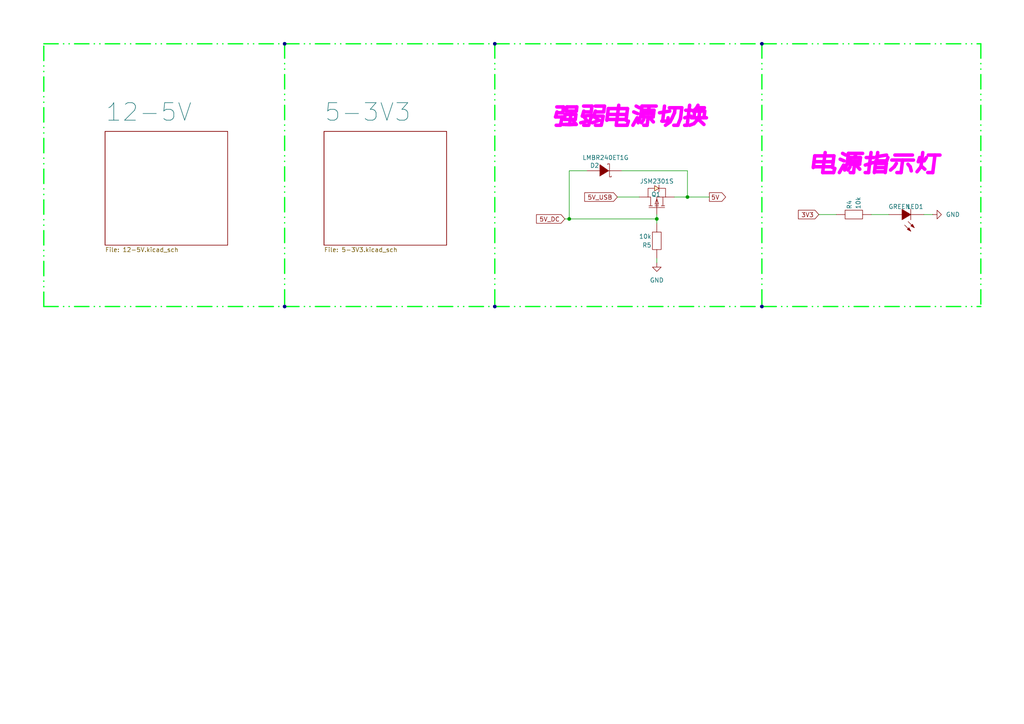
<source format=kicad_sch>
(kicad_sch (version 20231120) (generator "eeschema") (generator_version "8.0")
  (paper "A4")
  (title_block (title "POWER") (date "2025-01-24") (rev "Dennis_Re_Yoonjiho"))
  (lib_symbols
    (symbol "Ts_Foc_Vo符号库:JSM2301S" (pin_numbers hide) (pin_names (offset 1.016) hide)
      (property "Reference" "Q" (at -3.81 3.556 0))
      (property "Value" "JSM2301S" (at 4.318 0 90))
      (symbol "JSM2301S_1_1"
        (polyline (pts (xy -3.048 2.286) (xy -3.048 -2.286)) (stroke (width 0.1524)))
        (polyline (pts (xy -2.54 -2.286) (xy -2.54 -1.27)) (stroke (width 0.1524)))
        (polyline (pts (xy -2.54 -0.508) (xy -2.54 0.508)) (stroke (width 0.1524)))
        (polyline (pts (xy -2.54 2.286) (xy -2.54 1.27)) (stroke (width 0.1524)))
        (polyline (pts (xy 0 -1.778) (xy -2.54 -1.778)) (stroke (width 0.1524)))
        (polyline (pts (xy -0.508 0) (xy -2.032 0.508) (xy -2.032 -0.508) (xy -0.508 0)) (stroke (width 0.1524)))
        (polyline (pts (xy 1.524 -0.635) (xy 2.032 -0.635) (xy 3.048 -0.635) (xy 3.556 -0.635)) (stroke (width 0.1524)))
        (polyline (pts (xy 2.54 -0.635) (xy 3.302 0.635) (xy 1.778 0.635) (xy 2.54 -0.635)) (stroke (width 0.1524)) (fill (type background)))
        (polyline (pts (xy -2.54 0) (xy 0 0) (xy 0 -2.54) (xy 2.54 -2.54) (xy 2.54 -0.762)) (stroke (width 0.1524)))
        (polyline (pts (xy -2.54 1.778) (xy 0 1.778) (xy 0 2.54) (xy 2.54 2.54) (xy 2.54 0.762)) (stroke (width 0.1524)))
        (pin input line (at -5.08 0 0) (length 2.54) (name "G") (number "1"))
        (pin input line (at 0 -5.08 90) (length 2.54) (name "S") (number "2"))
        (pin input line (at 0 5.08 270) (length 2.54) (name "D") (number "3"))
      )
    )
    (symbol "Ts_Foc_Vo符号库:LED" (pin_numbers hide) (pin_names (offset 1.016) hide)
      (property "Value" "LED" (at 3.302 0.254 0))
      (symbol "LED_1_1"
        (polyline (pts (xy -1.27 -0.508) (xy -1.27 -3.556)) (stroke (width 0.1524)))
        (polyline (pts (xy -0.508 0) (xy -2.286 1.778)) (stroke (width 0.1524)))
        (polyline (pts (xy 0.508 1.016) (xy -1.27 2.794)) (stroke (width 0.1524)))
        (polyline (pts (xy -2.286 1.778) (xy -1.27 1.27) (xy -1.778 0.762) (xy -2.286 1.778)) (stroke (width 0.1524)) (fill (type outline)))
        (polyline (pts (xy -1.27 2.794) (xy -0.254 2.286) (xy -0.762 1.778) (xy -1.27 2.794)) (stroke (width 0.1524)) (fill (type outline)))
        (polyline (pts (xy 1.27 -3.556) (xy -1.27 -2.032) (xy 1.27 -0.508) (xy 1.27 -3.556)) (stroke (width 0.1524)) (fill (type outline)))
        (pin input line (at -5.08 -2.032 0) (length 3.81) (name "K") (number "1"))
        (pin input line (at 5.08 -2.032 180) (length 3.81) (name "A") (number "2"))
      )
    )
    (symbol "Ts_Foc_Vo符号库:LMBR240ET1G" (pin_numbers hide) (pin_names (offset 1.016) hide)
      (property "Reference" "D" (at -4.572 2.286 0))
      (property "Value" "LMBR240ET1G" (at 3.81 3.048 0))
      (symbol "LMBR240ET1G_1_1"
        (polyline (pts (xy 1.27 1.524) (xy -1.27 0) (xy 1.27 -1.778) (xy 1.27 1.524)) (stroke (width 0.1524)) (fill (type outline)))
        (polyline (pts (xy -2.032 1.524) (xy -2.032 1.778) (xy -1.524 1.778) (xy -1.524 -2.032) (xy -1.016 -2.032) (xy -1.016 -1.778)) (stroke (width 0.1524)))
        (pin input line (at -5.08 0 0) (length 3.81) (name "C") (number "1"))
        (pin input line (at 5.08 0 180) (length 3.81) (name "A") (number "2"))
      )
    )
    (symbol "Ts_Foc_Vo符号库:RES" (pin_numbers hide) (pin_names (offset 1.016) hide)
      (property "Reference" "R" (at -2.286 2.032 0))
      (property "Value" "Value" (at 2.286 2.032 0))
      (symbol "RES_1_1"
        (rectangle (start -2.54 1.27) (end 2.54 -1.27) (stroke (width 0.1524)))
        (pin input line (at -5.08 0 0) (length 2.54) (name "1") (number "1"))
        (pin input line (at 5.08 0 180) (length 2.54) (name "2") (number "2"))
      )
    )
    (symbol "power:GND" (power) (pin_numbers hide) (pin_names (offset 0) hide)
      (property "Value" "GND" (at 0 -3.81 0))
      (symbol "GND_0_1"
        (polyline (pts (xy 0 0) (xy 0 -1.27) (xy 1.27 -1.27) (xy 0 -2.54) (xy -1.27 -1.27) (xy 0 -1.27)))
      )
      (symbol "GND_1_1"
        (pin power_in line (at 0 0 270) (length 0) (name "~") (number "1"))
      )
    )
  )
  (junction (at 220.98 88.9))
  (junction (at 143.51 12.7))
  (junction (at 143.51 88.9))
  (junction (at 220.98 12.7))
  (junction (at 190.5 63.5))
  (junction (at 199.39 57.15))
  (junction (at 82.55 88.9))
  (junction (at 165.1 63.5))
  (junction (at 82.55 12.7))
  (wire (pts (xy 179.07 57.15) (xy 185.42 57.15)))
  (bus (pts (xy 12.7 88.9) (xy 12.7 12.7)) (stroke (width 0.381) (type dash_dot_dot) (color 0 255 30 1)))
  (wire (pts (xy 170.18 49.53) (xy 165.1 49.53)))
  (bus (pts (xy 12.7 88.9) (xy 82.55 88.9)) (stroke (width 0.381) (type dash_dot_dot) (color 0 255 30 1)))
  (wire (pts (xy 163.83 63.5) (xy 165.1 63.5)))
  (bus (pts (xy 143.51 12.7) (xy 143.51 88.9)) (stroke (width 0.381) (type dash_dot_dot) (color 0 255 30 1)))
  (wire (pts (xy 199.39 57.15) (xy 205.74 57.15)))
  (wire (pts (xy 195.58 57.15) (xy 199.39 57.15)))
  (bus (pts (xy 284.48 12.7) (xy 284.48 88.9)) (stroke (width 0.381) (type dash_dot_dot) (color 0 255 30 1)))
  (wire (pts (xy 165.1 49.53) (xy 165.1 63.5)))
  (bus (pts (xy 143.51 88.9) (xy 220.98 88.9)) (stroke (width 0.381) (type dash_dot_dot) (color 0 255 30 1)))
  (wire (pts (xy 190.5 62.23) (xy 190.5 63.5)))
  (wire (pts (xy 242.57 62.23) (xy 237.49 62.23)))
  (bus (pts (xy 82.55 88.9) (xy 143.51 88.9)) (stroke (width 0.381) (type dash_dot_dot) (color 0 255 30 1)))
  (wire (pts (xy 252.73 62.23) (xy 257.81 62.23)))
  (bus (pts (xy 220.98 12.7) (xy 284.48 12.7)) (stroke (width 0.381) (type dash_dot_dot) (color 0 255 30 1)))
  (wire (pts (xy 165.1 63.5) (xy 190.5 63.5)))
  (wire (pts (xy 190.5 76.2) (xy 190.5 74.93)))
  (wire (pts (xy 270.51 62.23) (xy 267.97 62.23)))
  (bus (pts (xy 82.55 12.7) (xy 82.55 88.9)) (stroke (width 0.381) (type dash_dot_dot) (color 0 255 30 1)))
  (bus (pts (xy 82.55 12.7) (xy 143.51 12.7)) (stroke (width 0.381) (type dash_dot_dot) (color 0 255 30 1)))
  (bus (pts (xy 220.98 12.7) (xy 220.98 88.9)) (stroke (width 0.381) (type dash_dot_dot) (color 0 255 30 1)))
  (wire (pts (xy 190.5 63.5) (xy 190.5 64.77)))
  (bus (pts (xy 143.51 12.7) (xy 220.98 12.7)) (stroke (width 0.381) (type dash_dot_dot) (color 0 255 30 1)))
  (bus (pts (xy 220.98 88.9) (xy 284.48 88.9)) (stroke (width 0.381) (type dash_dot_dot) (color 0 255 30 1)))
  (bus (pts (xy 12.7 12.7) (xy 82.55 12.7)) (stroke (width 0.381) (type dash_dot_dot) (color 0 255 30 1)))
  (wire (pts (xy 180.34 49.53) (xy 199.39 49.53)))
  (wire (pts (xy 199.39 49.53) (xy 199.39 57.15)))
  (text "电源指示灯" (exclude_from_sim yes) (at 254 48.006 0) (effects (font (size 5.08 5.08) (thickness 1.016) (bold yes) (italic yes))))
  (text "强弱电源切换\n" (exclude_from_sim yes) (at 182.88 34.29 0) (effects (font (size 5.08 5.08) (thickness 1.016) (bold yes) (italic yes))))
  (global_label "5V_DC" (shape input) (at 163.83 63.5 180) (property "Intersheetrefs" "${INTERSHEET_REFS}" (effects (hide yes))))
  (global_label "5V" (shape output) (at 205.74 57.15 0) (property "Intersheetrefs" "${INTERSHEET_REFS}" (effects (hide yes))))
  (global_label "5V_USB" (shape input) (at 179.07 57.15 180) (property "Intersheetrefs" "${INTERSHEET_REFS}" (effects (hide yes))))
  (global_label "3V3" (shape input) (at 237.49 62.23 180) (property "Intersheetrefs" "${INTERSHEET_REFS}" (effects (hide yes))))
  (symbol (lib_id "power:GND") (at 270.51 62.23 90) (unit 1)
    (property "Reference" "#PWR07" (effects (hide yes)))
    (property "Value" "GND" (at 274.32 62.2299 90) (effects (justify right)))
    (property "Description" "Power symbol creates a global label with name \"GND\" , ground" (effects (hide yes)))
  )
  (symbol (lib_id "power:GND") (at 190.5 76.2 0) (unit 1)
    (property "Reference" "#PWR08" (effects (hide yes)))
    (property "Value" "GND" (at 190.5 81.28 0))
    (property "Description" "Power symbol creates a global label with name \"GND\" , ground" (effects (hide yes)))
  )
  (symbol (lib_id "Ts_Foc_Vo符号库:RES") (at 190.5 69.85 270) (unit 1)
    (property "Reference" "R5" (at 188.976 71.12 90) (effects (justify right)))
    (property "Value" "10k" (at 188.976 68.58 90) (effects (justify right)))
    (property "Footprint" "Ts_Foc_Vo封装库:Res_0402" (effects (hide yes)))
    (property "SuppliersPartNumber" "C5200633" (effects (hide yes)))
    (property "uuid" "std:0c78b8f437b74d4badbc2695159e48f2" (effects (hide yes)))
  )
  (symbol (lib_id "Ts_Foc_Vo符号库:JSM2301S") (at 190.5 57.15 90) (unit 1)
    (property "Reference" "Q1" (at 190.246 56.388 90))
    (property "Value" "JSM2301S" (at 190.5 52.578 90))
    (property "Footprint" "Ts_Foc_Vo封装库:JSM2301S_SOT-23" (effects (hide yes)))
    (property "Datasheet" "http://www.szlcsc.com/product/details_990895.html" (effects (hide yes)))
    (property "SuppliersPartNumber" "C916399" (effects (hide yes)))
    (property "uuid" "std:a678b1bb3d0f458c8f777d91c1b2ee48" (effects (hide yes)))
  )
  (symbol (lib_id "Ts_Foc_Vo符号库:RES") (at 247.65 62.23 180) (unit 1)
    (property "Reference" "R4" (at 246.38 60.706 90) (effects (justify right)))
    (property "Value" "10k" (at 248.92 60.706 90) (effects (justify right)))
    (property "Footprint" "Ts_Foc_Vo封装库:Res_0402" (effects (hide yes)))
    (property "SuppliersPartNumber" "C5200633" (effects (hide yes)))
    (property "uuid" "std:0c78b8f437b74d4badbc2695159e48f2" (effects (hide yes)))
  )
  (symbol (lib_id "Ts_Foc_Vo符号库:LED") (at 262.89 64.262 180) (unit 1)
    (property "Reference" "LED1" (at 265.43 59.944 0))
    (property "Value" "GREEN" (at 260.858 59.944 0))
    (property "Footprint" "Ts_Foc_Vo封装库:LED_0603" (effects (hide yes)))
    (property "Datasheet" "http://www.szlcsc.com/product/details_90991.html" (effects (hide yes)))
    (property "SuppliersPartNumber" "C89809" (effects (hide yes)))
    (property "uuid" "std:41b2f7bc7ea198335b3b1186c040b70b" (effects (hide yes)))
  )
  (symbol (lib_id "Ts_Foc_Vo符号库:LMBR240ET1G") (at 175.26 49.53 180) (unit 1)
    (property "Reference" "D2" (at 172.466 48.006 0))
    (property "Value" "LMBR240ET1G" (at 175.641 45.72 0))
    (property "Footprint" "Ts_Foc_Vo封装库:LMBR240ET1G_SOD323HE" (effects (hide yes)))
    (property "Datasheet" "http://www.szlcsc.com/product/details_356536.html" (effects (hide yes)))
    (property "SuppliersPartNumber" "C383229" (effects (hide yes)))
    (property "uuid" "std:701ccbc0911040dda69c3300132822a5" (effects (hide yes)))
  )
  (sheet (at 30.48 38.1) (size 35.56 33.02) (stroke (width 0.1524))
    (property "Sheetname" "12-5V" (at 30.48 35.4834 0) (effects (font (size 5.08 5.08)) (justify left bottom)))
    (property "Sheetfile" "12-5V.kicad_sch" (at 30.48 71.7046 0) (effects (justify left top)))
  )
  (sheet (at 93.98 38.1) (size 35.56 33.02) (stroke (width 0.1524))
    (property "Sheetname" "5-3V3" (at 93.98 35.4834 0) (effects (font (size 5.08 5.08)) (justify left bottom)))
    (property "Sheetfile" "5-3V3.kicad_sch" (at 93.98 71.7046 0) (effects (justify left top)))
  )
)
</source>
